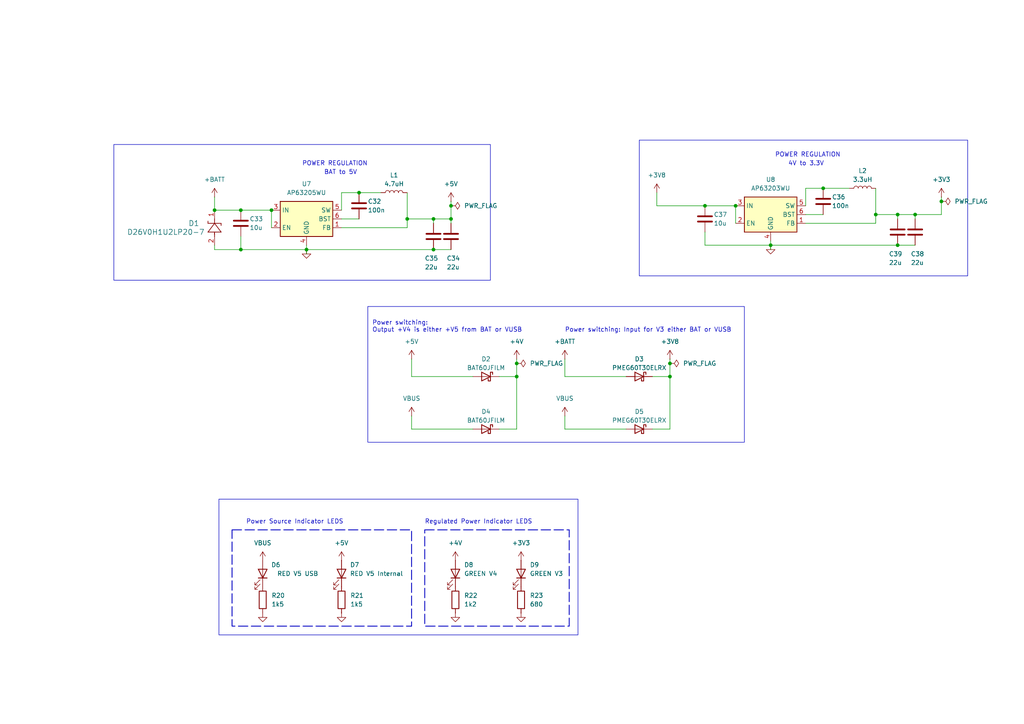
<source format=kicad_sch>
(kicad_sch (version 20231120) (generator "eeschema") (generator_version "8.0")
  (paper "A4")
  (lib_symbols
    (symbol "+3V3_2" (power) (pin_numbers hide) (pin_names (offset 0) hide)
      (property "Value" "+3V3" (at 0 3.556 0))
      (symbol "+3V3_2_0_1"
        (polyline (pts (xy -0.762 1.27) (xy 0 2.54)))
        (polyline (pts (xy 0 0) (xy 0 2.54)))
        (polyline (pts (xy 0 2.54) (xy 0.762 1.27)))
      )
      (symbol "+3V3_2_1_1"
        (pin power_in line (at 0 0 90) (length 0) (name "~") (number "1"))
      )
    )
    (symbol "+3V8_1" (power) (pin_numbers hide) (pin_names (offset 0) hide)
      (property "Value" "+3V8" (at 0 3.556 0))
      (symbol "+3V8_1_0_1"
        (polyline (pts (xy -0.762 1.27) (xy 0 2.54)))
        (polyline (pts (xy 0 0) (xy 0 2.54)))
        (polyline (pts (xy 0 2.54) (xy 0.762 1.27)))
      )
      (symbol "+3V8_1_1_1"
        (pin power_in line (at 0 0 90) (length 0) (name "~") (number "1"))
      )
    )
    (symbol "+4V_1" (power) (pin_numbers hide) (pin_names (offset 0) hide)
      (property "Value" "+4V" (at 0 3.556 0))
      (symbol "+4V_1_0_1"
        (polyline (pts (xy -0.762 1.27) (xy 0 2.54)))
        (polyline (pts (xy 0 0) (xy 0 2.54)))
        (polyline (pts (xy 0 2.54) (xy 0.762 1.27)))
      )
      (symbol "+4V_1_1_1"
        (pin power_in line (at 0 0 90) (length 0) (name "~") (number "1"))
      )
    )
    (symbol "+5V_1" (power) (pin_numbers hide) (pin_names (offset 0) hide)
      (property "Value" "+5V" (at 0 3.556 0))
      (symbol "+5V_1_0_1"
        (polyline (pts (xy -0.762 1.27) (xy 0 2.54)))
        (polyline (pts (xy 0 0) (xy 0 2.54)))
        (polyline (pts (xy 0 2.54) (xy 0.762 1.27)))
      )
      (symbol "+5V_1_1_1"
        (pin power_in line (at 0 0 90) (length 0) (name "~") (number "1"))
      )
    )
    (symbol "+5V_2" (power) (pin_numbers hide) (pin_names (offset 0) hide)
      (property "Value" "+5V" (at 0 3.556 0))
      (symbol "+5V_2_0_1"
        (polyline (pts (xy -0.762 1.27) (xy 0 2.54)))
        (polyline (pts (xy 0 0) (xy 0 2.54)))
        (polyline (pts (xy 0 2.54) (xy 0.762 1.27)))
      )
      (symbol "+5V_2_1_1"
        (pin power_in line (at 0 0 90) (length 0) (name "~") (number "1"))
      )
    )
    (symbol "+BATT_1" (power) (pin_numbers hide) (pin_names (offset 0) hide)
      (property "Value" "+BATT" (at 0 3.556 0))
      (symbol "+BATT_1_0_1"
        (polyline (pts (xy -0.762 1.27) (xy 0 2.54)))
        (polyline (pts (xy 0 0) (xy 0 2.54)))
        (polyline (pts (xy 0 2.54) (xy 0.762 1.27)))
      )
      (symbol "+BATT_1_1_1"
        (pin power_in line (at 0 0 90) (length 0) (name "~") (number "1"))
      )
    )
    (symbol "Device:C" (pin_numbers hide) (pin_names (offset 0.254))
      (property "Reference" "C" (at 0.635 2.54 0))
      (property "Value" "C" (at 0.635 -2.54 0))
      (symbol "C_0_1"
        (polyline (pts (xy -2.032 -0.762) (xy 2.032 -0.762)) (stroke (width 0.508)))
        (polyline (pts (xy -2.032 0.762) (xy 2.032 0.762)) (stroke (width 0.508)))
      )
      (symbol "C_1_1"
        (pin passive line (at 0 3.81 270) (length 2.794) (name "~") (number "1"))
        (pin passive line (at 0 -3.81 90) (length 2.794) (name "~") (number "2"))
      )
    )
    (symbol "Device:L" (pin_numbers hide) (pin_names (offset 1.016) hide)
      (property "Reference" "L" (at -1.27 0 90))
      (property "Value" "L" (at 1.905 0 90))
      (symbol "L_0_1"
        (arc (start 0 -2.54) (mid 0.6323 -1.905) (end 0 -1.27))
        (arc (start 0 -1.27) (mid 0.6323 -0.635) (end 0 0))
        (arc (start 0 0) (mid 0.6323 0.635) (end 0 1.27))
        (arc (start 0 1.27) (mid 0.6323 1.905) (end 0 2.54))
      )
      (symbol "L_1_1"
        (pin passive line (at 0 3.81 270) (length 1.27) (name "1") (number "1"))
        (pin passive line (at 0 -3.81 90) (length 1.27) (name "2") (number "2"))
      )
    )
    (symbol "Device:LED" (pin_numbers hide) (pin_names (offset 1.016) hide)
      (property "Reference" "D" (at 0 2.54 0))
      (property "Value" "LED" (at 0 -2.54 0))
      (symbol "LED_0_1"
        (polyline (pts (xy -1.27 -1.27) (xy -1.27 1.27)) (stroke (width 0.254)))
        (polyline (pts (xy -1.27 0) (xy 1.27 0)))
        (polyline (pts (xy 1.27 -1.27) (xy 1.27 1.27) (xy -1.27 0) (xy 1.27 -1.27)) (stroke (width 0.254)))
        (polyline (pts (xy -3.048 -0.762) (xy -4.572 -2.286) (xy -3.81 -2.286) (xy -4.572 -2.286) (xy -4.572 -1.524)))
        (polyline (pts (xy -1.778 -0.762) (xy -3.302 -2.286) (xy -2.54 -2.286) (xy -3.302 -2.286) (xy -3.302 -1.524)))
      )
      (symbol "LED_1_1"
        (pin passive line (at -3.81 0 0) (length 2.54) (name "K") (number "1"))
        (pin passive line (at 3.81 0 180) (length 2.54) (name "A") (number "2"))
      )
    )
    (symbol "Device:R" (pin_numbers hide) (pin_names (offset 0))
      (property "Reference" "R" (at 2.032 0 90))
      (property "Value" "R" (at 0 0 90))
      (symbol "R_0_1"
        (rectangle (start -1.016 -2.54) (end 1.016 2.54) (stroke (width 0.254)))
      )
      (symbol "R_1_1"
        (pin passive line (at 0 3.81 270) (length 1.27) (name "~") (number "1"))
        (pin passive line (at 0 -3.81 90) (length 1.27) (name "~") (number "2"))
      )
    )
    (symbol "Diode:BAT60A" (pin_numbers hide) (pin_names (offset 1.016) hide)
      (property "Reference" "D" (at 0 2.54 0))
      (property "Value" "BAT60A" (at 0 -2.54 0))
      (symbol "BAT60A_0_1"
        (polyline (pts (xy 1.27 0) (xy -1.27 0)))
        (polyline (pts (xy 1.27 1.27) (xy 1.27 -1.27) (xy -1.27 0) (xy 1.27 1.27)) (stroke (width 0.254)))
        (polyline (pts (xy -1.905 0.635) (xy -1.905 1.27) (xy -1.27 1.27) (xy -1.27 -1.27) (xy -0.635 -1.27) (xy -0.635 -0.635)) (stroke (width 0.254)))
      )
      (symbol "BAT60A_1_1"
        (pin passive line (at -3.81 0 0) (length 2.54) (name "K") (number "1"))
        (pin passive line (at 3.81 0 180) (length 2.54) (name "A") (number "2"))
      )
    )
    (symbol "GND_1" (power) (pin_numbers hide) (pin_names (offset 0) hide)
      (property "Value" "GND" (at 0 -3.81 0))
      (symbol "GND_1_0_1"
        (polyline (pts (xy 0 0) (xy 0 -1.27) (xy 1.27 -1.27) (xy 0 -2.54) (xy -1.27 -1.27) (xy 0 -1.27)))
      )
      (symbol "GND_1_1_1"
        (pin power_in line (at 0 0 270) (length 0) (name "~") (number "1"))
      )
    )
    (symbol "PWR_FLAG_1" (power) (pin_numbers hide) (pin_names (offset 0) hide)
      (property "Value" "PWR_FLAG" (at 0 3.81 0))
      (symbol "PWR_FLAG_1_0_0"
        (pin power_out line (at 0 0 90) (length 0) (name "~") (number "1"))
      )
      (symbol "PWR_FLAG_1_0_1"
        (polyline (pts (xy 0 0) (xy 0 1.27) (xy -1.016 1.905) (xy 0 2.54) (xy 1.016 1.905) (xy 0 1.27)))
      )
    )
    (symbol "Project_Library:D26V0H1U2LP20-7" (pin_names (offset 0.254))
      (property "Reference" "CR1" (at 6.35 7.62 90))
      (property "Value" "D26V0H1U2LP20-7" (at 3.81 25.4 90))
      (symbol "D26V0H1U2LP20-7_0_1"
        (polyline (pts (xy 2.54 0) (xy 3.4798 0)) (stroke (width 0.2032)))
        (polyline (pts (xy 3.175 0) (xy 3.81 0)) (stroke (width 0.2032)))
        (polyline (pts (xy 3.81 -1.905) (xy 6.35 0)) (stroke (width 0.2032)))
        (polyline (pts (xy 3.81 1.905) (xy 3.81 -1.905)) (stroke (width 0.2032)))
        (polyline (pts (xy 6.35 -1.905) (xy 5.715 -1.905)) (stroke (width 0.2032)))
        (polyline (pts (xy 6.35 -1.905) (xy 6.35 1.905)) (stroke (width 0.2032)))
        (polyline (pts (xy 6.35 0) (xy 3.81 1.905)) (stroke (width 0.2032)))
        (polyline (pts (xy 6.35 0) (xy 7.62 0)) (stroke (width 0.2032)))
        (polyline (pts (xy 6.35 1.905) (xy 6.985 1.905)) (stroke (width 0.2032)))
      )
      (symbol "D26V0H1U2LP20-7_1_1"
        (pin passive line (at 10.16 0 180) (length 2.54) (name "") (number "1"))
        (pin passive line (at 0 0 0) (length 2.54) (name "") (number "2"))
      )
    )
    (symbol "Regulator_Switching:AP63203WU"
      (property "Reference" "U" (at -7.62 6.35 0))
      (property "Value" "AP63203WU" (at 2.54 6.35 0))
      (symbol "AP63203WU_0_1"
        (rectangle (start -7.62 5.08) (end 7.62 -5.08) (stroke (width 0.254)) (fill (type background)))
      )
      (symbol "AP63203WU_1_1"
        (pin input line (at 10.16 -2.54 180) (length 2.54) (name "FB") (number "1"))
        (pin input line (at -10.16 -2.54 0) (length 2.54) (name "EN") (number "2"))
        (pin power_in line (at -10.16 2.54 0) (length 2.54) (name "IN") (number "3"))
        (pin power_in line (at 0 -7.62 90) (length 2.54) (name "GND") (number "4"))
        (pin output line (at 10.16 2.54 180) (length 2.54) (name "SW") (number "5"))
        (pin passive line (at 10.16 0 180) (length 2.54) (name "BST") (number "6"))
      )
    )
    (symbol "Regulator_Switching:AP63205WU"
      (property "Reference" "U" (at -7.62 6.35 0))
      (property "Value" "AP63205WU" (at 2.54 6.35 0))
      (symbol "AP63205WU_0_1"
        (rectangle (start -7.62 5.08) (end 7.62 -5.08) (stroke (width 0.254)) (fill (type background)))
      )
      (symbol "AP63205WU_1_1"
        (pin input line (at 10.16 -2.54 180) (length 2.54) (name "FB") (number "1"))
        (pin input line (at -10.16 -2.54 0) (length 2.54) (name "EN") (number "2"))
        (pin power_in line (at -10.16 2.54 0) (length 2.54) (name "IN") (number "3"))
        (pin power_in line (at 0 -7.62 90) (length 2.54) (name "GND") (number "4"))
        (pin output line (at 10.16 2.54 180) (length 2.54) (name "SW") (number "5"))
        (pin passive line (at 10.16 0 180) (length 2.54) (name "BST") (number "6"))
      )
    )
    (symbol "VBUS_1" (power) (pin_numbers hide) (pin_names (offset 0) hide)
      (property "Value" "VBUS" (at 0 3.556 0))
      (symbol "VBUS_1_0_1"
        (polyline (pts (xy -0.762 1.27) (xy 0 2.54)))
        (polyline (pts (xy 0 0) (xy 0 2.54)))
        (polyline (pts (xy 0 2.54) (xy 0.762 1.27)))
      )
      (symbol "VBUS_1_1_1"
        (pin power_in line (at 0 0 90) (length 0) (name "~") (number "1"))
      )
    )
    (symbol "power:+3V3" (power) (pin_numbers hide) (pin_names (offset 0) hide)
      (property "Value" "+3V3" (at 0 3.556 0))
      (symbol "+3V3_0_1"
        (polyline (pts (xy -0.762 1.27) (xy 0 2.54)))
        (polyline (pts (xy 0 0) (xy 0 2.54)))
        (polyline (pts (xy 0 2.54) (xy 0.762 1.27)))
      )
      (symbol "+3V3_1_1"
        (pin power_in line (at 0 0 90) (length 0) (name "~") (number "1"))
      )
    )
    (symbol "power:+4V" (power) (pin_numbers hide) (pin_names (offset 0) hide)
      (property "Value" "+4V" (at 0 3.556 0))
      (symbol "+4V_0_1"
        (polyline (pts (xy -0.762 1.27) (xy 0 2.54)))
        (polyline (pts (xy 0 0) (xy 0 2.54)))
        (polyline (pts (xy 0 2.54) (xy 0.762 1.27)))
      )
      (symbol "+4V_1_1"
        (pin power_in line (at 0 0 90) (length 0) (name "~") (number "1"))
      )
    )
    (symbol "power:+5V" (power) (pin_numbers hide) (pin_names (offset 0) hide)
      (property "Value" "+5V" (at 0 3.556 0))
      (symbol "+5V_0_1"
        (polyline (pts (xy -0.762 1.27) (xy 0 2.54)))
        (polyline (pts (xy 0 0) (xy 0 2.54)))
        (polyline (pts (xy 0 2.54) (xy 0.762 1.27)))
      )
      (symbol "+5V_1_1"
        (pin power_in line (at 0 0 90) (length 0) (name "~") (number "1"))
      )
    )
    (symbol "power:GND" (power) (pin_numbers hide) (pin_names (offset 0) hide)
      (property "Value" "GND" (at 0 -3.81 0))
      (symbol "GND_0_1"
        (polyline (pts (xy 0 0) (xy 0 -1.27) (xy 1.27 -1.27) (xy 0 -2.54) (xy -1.27 -1.27) (xy 0 -1.27)))
      )
      (symbol "GND_1_1"
        (pin power_in line (at 0 0 270) (length 0) (name "~") (number "1"))
      )
    )
    (symbol "power:PWR_FLAG" (power) (pin_numbers hide) (pin_names (offset 0) hide)
      (property "Value" "PWR_FLAG" (at 0 3.81 0))
      (symbol "PWR_FLAG_0_0"
        (pin power_out line (at 0 0 90) (length 0) (name "~") (number "1"))
      )
      (symbol "PWR_FLAG_0_1"
        (polyline (pts (xy 0 0) (xy 0 1.27) (xy -1.016 1.905) (xy 0 2.54) (xy 1.016 1.905) (xy 0 1.27)))
      )
    )
    (symbol "power:VBUS" (power) (pin_numbers hide) (pin_names (offset 0) hide)
      (property "Value" "VBUS" (at 0 3.556 0))
      (symbol "VBUS_0_1"
        (polyline (pts (xy -0.762 1.27) (xy 0 2.54)))
        (polyline (pts (xy 0 0) (xy 0 2.54)))
        (polyline (pts (xy 0 2.54) (xy 0.762 1.27)))
      )
      (symbol "VBUS_1_1"
        (pin power_in line (at 0 0 90) (length 0) (name "~") (number "1"))
      )
    )
  )
  (junction (at 62.23 60.96))
  (junction (at 104.14 55.88))
  (junction (at 78.74 60.96))
  (junction (at 223.52 71.12))
  (junction (at 260.35 62.23))
  (junction (at 204.47 59.69))
  (junction (at 260.35 71.12))
  (junction (at 194.31 105.41))
  (junction (at 69.85 72.39))
  (junction (at 149.86 105.41))
  (junction (at 273.05 58.42))
  (junction (at 213.36 59.69))
  (junction (at 130.81 63.5))
  (junction (at 69.85 60.96))
  (junction (at 254 62.23))
  (junction (at 238.76 54.61))
  (junction (at 125.73 63.5))
  (junction (at 125.73 72.39))
  (junction (at 194.31 109.22))
  (junction (at 88.9 72.39))
  (junction (at 149.86 109.22))
  (junction (at 130.81 59.69))
  (junction (at 118.11 63.5))
  (junction (at 265.43 62.23))
  (wire (pts (xy 233.68 54.61) (xy 238.76 54.61)))
  (wire (pts (xy 119.38 124.46) (xy 137.16 124.46)))
  (wire (pts (xy 125.73 72.39) (xy 130.81 72.39)))
  (wire (pts (xy 130.81 58.42) (xy 130.81 59.69)))
  (wire (pts (xy 88.9 72.39) (xy 125.73 72.39)))
  (wire (pts (xy 144.78 109.22) (xy 149.86 109.22)))
  (wire (pts (xy 118.11 66.04) (xy 99.06 66.04)))
  (wire (pts (xy 254 64.77) (xy 254 62.23)))
  (wire (pts (xy 163.83 120.65) (xy 163.83 124.46)))
  (wire (pts (xy 62.23 72.39) (xy 69.85 72.39)))
  (wire (pts (xy 260.35 71.12) (xy 265.43 71.12)))
  (wire (pts (xy 118.11 55.88) (xy 118.11 63.5)))
  (wire (pts (xy 99.06 60.96) (xy 99.06 55.88)))
  (wire (pts (xy 69.85 60.96) (xy 78.74 60.96)))
  (wire (pts (xy 149.86 105.41) (xy 149.86 109.22)))
  (wire (pts (xy 223.52 71.12) (xy 260.35 71.12)))
  (wire (pts (xy 144.78 124.46) (xy 149.86 124.46)))
  (wire (pts (xy 190.5 59.69) (xy 204.47 59.69)))
  (wire (pts (xy 163.83 124.46) (xy 181.61 124.46)))
  (wire (pts (xy 204.47 59.69) (xy 213.36 59.69)))
  (wire (pts (xy 125.73 63.5) (xy 130.81 63.5)))
  (wire (pts (xy 163.83 109.22) (xy 181.61 109.22)))
  (wire (pts (xy 119.38 104.14) (xy 119.38 109.22)))
  (wire (pts (xy 204.47 67.31) (xy 204.47 71.12)))
  (wire (pts (xy 223.52 71.12) (xy 223.52 72.39)))
  (wire (pts (xy 99.06 63.5) (xy 104.14 63.5)))
  (wire (pts (xy 69.85 72.39) (xy 88.9 72.39)))
  (wire (pts (xy 273.05 58.42) (xy 273.05 62.23)))
  (wire (pts (xy 204.47 71.12) (xy 223.52 71.12)))
  (wire (pts (xy 223.52 71.12) (xy 223.52 69.85)))
  (wire (pts (xy 190.5 59.69) (xy 190.5 55.88)))
  (wire (pts (xy 118.11 63.5) (xy 118.11 66.04)))
  (wire (pts (xy 119.38 120.65) (xy 119.38 124.46)))
  (wire (pts (xy 233.68 54.61) (xy 233.68 59.69)))
  (wire (pts (xy 233.68 62.23) (xy 238.76 62.23)))
  (wire (pts (xy 119.38 109.22) (xy 137.16 109.22)))
  (wire (pts (xy 194.31 109.22) (xy 194.31 124.46)))
  (wire (pts (xy 265.43 62.23) (xy 265.43 63.5)))
  (wire (pts (xy 189.23 109.22) (xy 194.31 109.22)))
  (wire (pts (xy 99.06 55.88) (xy 104.14 55.88)))
  (wire (pts (xy 62.23 72.39) (xy 62.23 71.12)))
  (wire (pts (xy 130.81 59.69) (xy 130.81 63.5)))
  (wire (pts (xy 149.86 104.14) (xy 149.86 105.41)))
  (wire (pts (xy 78.74 60.96) (xy 78.74 66.04)))
  (wire (pts (xy 260.35 62.23) (xy 260.35 63.5)))
  (wire (pts (xy 62.23 60.96) (xy 69.85 60.96)))
  (wire (pts (xy 149.86 109.22) (xy 149.86 124.46)))
  (wire (pts (xy 163.83 104.14) (xy 163.83 109.22)))
  (wire (pts (xy 125.73 63.5) (xy 125.73 64.77)))
  (wire (pts (xy 118.11 63.5) (xy 125.73 63.5)))
  (wire (pts (xy 69.85 68.58) (xy 69.85 72.39)))
  (wire (pts (xy 194.31 105.41) (xy 194.31 109.22)))
  (wire (pts (xy 62.23 57.15) (xy 62.23 60.96)))
  (wire (pts (xy 189.23 124.46) (xy 194.31 124.46)))
  (wire (pts (xy 238.76 54.61) (xy 246.38 54.61)))
  (wire (pts (xy 260.35 62.23) (xy 265.43 62.23)))
  (wire (pts (xy 104.14 55.88) (xy 110.49 55.88)))
  (wire (pts (xy 233.68 64.77) (xy 254 64.77)))
  (wire (pts (xy 88.9 72.39) (xy 88.9 71.12)))
  (wire (pts (xy 88.9 72.39) (xy 88.9 73.66)))
  (wire (pts (xy 265.43 62.23) (xy 273.05 62.23)))
  (wire (pts (xy 273.05 57.15) (xy 273.05 58.42)))
  (wire (pts (xy 254 54.61) (xy 254 62.23)))
  (wire (pts (xy 213.36 59.69) (xy 213.36 64.77)))
  (wire (pts (xy 254 62.23) (xy 260.35 62.23)))
  (wire (pts (xy 130.81 63.5) (xy 130.81 64.77)))
  (wire (pts (xy 194.31 104.14) (xy 194.31 105.41)))
  (rectangle (start 123.19 153.67) (end 165.1 181.61) (stroke (width 0.25) (type dash)))
  (rectangle (start 33.02 41.91) (end 142.24 81.28))
  (rectangle (start 67.31 153.67) (end 119.38 181.61) (stroke (width 0.25) (type dash)))
  (rectangle (start 106.68 88.9) (end 215.9 128.27))
  (rectangle (start 63.5 144.78) (end 167.64 184.15))
  (rectangle (start 185.42 40.64) (end 280.67 80.01))
  (text "Power switching:\nOutput +V4 is either +V5 from BAT or VUSB" (at 107.95 96.52 0) (effects (font (size 1.27 1.27)) (justify left bottom)))
  (text "BAT to 5V" (at 93.98 50.8 0) (effects (font (size 1.27 1.27)) (justify left bottom)))
  (text "Power switching: Input for V3 either BAT or VUSB" (at 163.83 96.52 0) (effects (font (size 1.27 1.27)) (justify left bottom)))
  (text "POWER REGULATION" (at 87.63 48.26 0) (effects (font (size 1.27 1.27)) (justify left bottom)))
  (text "Power Source Indicator LEDS" (at 71.374 152.146 0) (effects (font (size 1.27 1.27)) (justify left bottom)))
  (text "4V to 3.3V" (at 228.6 48.26 0) (effects (font (size 1.27 1.27)) (justify left bottom)))
  (text "Regulated Power Indicator LEDS" (at 123.19 152.146 0) (effects (font (size 1.27 1.27)) (justify left bottom)))
  (text "POWER REGULATION" (at 224.79 45.72 0) (effects (font (size 1.27 1.27)) (justify left bottom)))
  (symbol (lib_id "power:GND") (at 99.06 177.8 0) (unit 1)
    (property "Reference" "#PWR068" (effects (hide yes)))
    (property "Value" "GND" (effects (hide yes)))
    (property "Description" "Power symbol creates a global label with name \"GND\" , ground" (effects (hide yes)))
  )
  (symbol (lib_id "power:GND") (at 151.13 177.8 0) (unit 1)
    (property "Reference" "#PWR070" (effects (hide yes)))
    (property "Value" "GND" (effects (hide yes)))
    (property "Description" "Power symbol creates a global label with name \"GND\" , ground" (effects (hide yes)))
  )
  (symbol (lib_name "+3V3_2") (lib_id "power:+3V3") (at 151.13 162.56 0) (unit 1)
    (property "Reference" "#PWR074" (effects (hide yes)))
    (property "Value" "+3V3" (at 151.13 157.48 0))
    (property "Description" "Power symbol creates a global label with name \"+3V3\"" (effects (hide yes)))
  )
  (symbol (lib_name "+5V_2") (lib_id "power:+5V") (at 119.38 104.14 0) (unit 1)
    (property "Reference" "#PWR054" (effects (hide yes)))
    (property "Value" "+5V" (at 119.38 99.06 0))
    (property "Description" "Power symbol creates a global label with name \"+5V\"" (effects (hide yes)))
  )
  (symbol (lib_name "GND_1") (lib_id "power:GND") (at 223.52 71.12 0) (unit 1)
    (property "Reference" "#PWR051" (effects (hide yes)))
    (property "Value" "GND" (effects (hide yes)))
    (property "Description" "Power symbol creates a global label with name \"GND\" , ground" (effects (hide yes)))
  )
  (symbol (lib_name "GND_1") (lib_id "power:GND") (at 88.9 72.39 0) (unit 1)
    (property "Reference" "#PWR050" (effects (hide yes)))
    (property "Value" "GND" (effects (hide yes)))
    (property "Description" "Power symbol creates a global label with name \"GND\" , ground" (effects (hide yes)))
  )
  (symbol (lib_id "Device:R") (at 132.08 173.99 0) (unit 1)
    (property "Reference" "R22" (at 134.62 172.7199 0) (effects (justify left)))
    (property "Value" "1k2" (at 134.62 175.2599 0) (effects (justify left)))
    (property "Footprint" "Resistor_SMD:R_0402_1005Metric" (effects (hide yes)))
    (property "Manufactorer" "YAGEO" (effects (hide yes)))
    (property "Part Number" "RT0402BRD071K2L" (effects (hide yes)))
    (property "Tolerance" "1%" (effects (hide yes)))
  )
  (symbol (lib_id "power:+3V3") (at 273.05 57.15 0) (unit 1)
    (property "Reference" "#PWR0151" (effects (hide yes)))
    (property "Value" "+3V3" (at 273.05 52.07 0))
    (property "Description" "Power symbol creates a global label with name \"+3V3\"" (effects (hide yes)))
  )
  (symbol (lib_id "Device:L") (at 114.3 55.88 90) (unit 1)
    (property "Reference" "L1" (at 114.3 50.8 90))
    (property "Value" "4.7uH" (at 114.3 53.34 90))
    (property "Footprint" "Inductor_SMD:L_1210_3225Metric" (effects (hide yes)))
    (property "Datasheet" "https://search.murata.co.jp/Ceramy/image/img/P02/J(E)TE243A-9104.pdf" (effects (hide yes)))
    (property "Manufactorer" "Murata" (effects (hide yes)))
    (property "Part Number" "DFE322520FD-4R7M=P2" (effects (hide yes)))
    (property "Voltage" "2" (effects (hide yes)))
  )
  (symbol (lib_id "Device:C") (at 260.35 67.31 0) (unit 1)
    (property "Reference" "C38" (at 264.16 73.66 0) (effects (justify left)))
    (property "Value" "22u" (at 264.16 76.2 0) (effects (justify left)))
    (property "Footprint" "Capacitor_SMD:C_0805_2012Metric" (effects (hide yes)))
    (property "Voltage" "25" (effects (hide yes)))
    (property "Manufactorer" "Murata" (effects (hide yes)))
    (property "Part Number" "GRM21BR61E226ME44K" (effects (hide yes)))
    (property "Tolerance" "20%" (effects (hide yes)))
  )
  (symbol (lib_name "+BATT_1") (lib_id "power:+BATT") (at 163.83 104.14 0) (unit 1)
    (property "Reference" "#PWR058" (effects (hide yes)))
    (property "Value" "+BATT" (at 163.83 99.06 0))
    (property "Description" "Power symbol creates a global label with name \"+BATT\"" (effects (hide yes)))
  )
  (symbol (lib_name "+3V8_1") (lib_id "power:+3V8") (at 194.31 104.14 0) (unit 1)
    (property "Reference" "#PWR059" (effects (hide yes)))
    (property "Value" "+3V8" (at 194.31 99.06 0))
    (property "Description" "Power symbol creates a global label with name \"+3V8\"" (effects (hide yes)))
  )
  (symbol (lib_name "+3V8_1") (lib_id "power:+3V8") (at 190.5 55.88 0) (unit 1)
    (property "Reference" "#PWR075" (effects (hide yes)))
    (property "Value" "+3V8" (at 190.5 50.8 0))
    (property "Description" "Power symbol creates a global label with name \"+3V8\"" (effects (hide yes)))
  )
  (symbol (lib_id "Regulator_Switching:AP63205WU") (at 88.9 63.5 0) (unit 1)
    (property "Reference" "U7" (at 88.9 53.34 0))
    (property "Value" "AP63205WU" (at 88.9 55.88 0))
    (property "Footprint" "Package_TO_SOT_SMD:TSOT-23-6" (effects (hide yes)))
    (property "Datasheet" "https://www.diodes.com/assets/Datasheets/AP63200-AP63201-AP63203-AP63205.pdf" (effects (hide yes)))
    (property "Manufactorer" "Diodes" (effects (hide yes)))
    (property "Part Number" "AP63205WU-7" (effects (hide yes)))
  )
  (symbol (lib_id "Diode:BAT60A") (at 185.42 124.46 0) (mirror y) (unit 1)
    (property "Reference" "D5" (at 185.42 119.38 0))
    (property "Value" "PMEG60T30ELRX" (at 185.42 121.92 0))
    (property "Footprint" "Diode_SMD:Nexperia_CFP3_SOD-123W" (effects (hide yes)))
    (property "Datasheet" "https://assets.nexperia.com/documents/data-sheet/PMEG60T30ELR.pdf" (effects (hide yes)))
    (property "Manufactorer" "Nexperia" (effects (hide yes)))
    (property "Part Number" "PMEG60T30ELRX" (effects (hide yes)))
    (property "Voltage" "60" (effects (hide yes)))
    (property "Amps" "3" (effects (hide yes)))
  )
  (symbol (lib_id "Diode:BAT60A") (at 140.97 109.22 0) (mirror y) (unit 1)
    (property "Reference" "D2" (at 140.97 104.14 0))
    (property "Value" "BAT60JFILM" (at 140.97 106.68 0))
    (property "Footprint" "Diode_SMD:D_SOD-323" (effects (hide yes)))
    (property "Datasheet" "https://www.st.com/content/ccc/resource/technical/document/datasheet/3d/d2/27/1d/20/e3/4d/48/CD00001944.pdf/files/CD00001944.pdf/jcr:content/translations/en.CD00001944.pdf" (effects (hide yes)))
    (property "Manufactorer" "STM" (effects (hide yes)))
    (property "Part Number" "BAT60JFILM" (effects (hide yes)))
    (property "Voltage" "10" (effects (hide yes)))
    (property "Amps" "3" (effects (hide yes)))
  )
  (symbol (lib_id "Device:C") (at 238.76 58.42 0) (unit 1)
    (property "Reference" "C36" (at 241.3 57.15 0) (effects (justify left)))
    (property "Value" "100n" (at 241.3 59.69 0) (effects (justify left)))
    (property "Footprint" "Capacitor_SMD:C_0402_1005Metric" (effects (hide yes)))
    (property "Voltage" "25" (effects (hide yes)))
    (property "Manufactorer" "YAGEO" (effects (hide yes)))
    (property "Part Number" "CC0402KRX5R8BB104" (effects (hide yes)))
    (property "Tolerance" "10%" (effects (hide yes)))
  )
  (symbol (lib_id "Device:R") (at 151.13 173.99 0) (unit 1)
    (property "Reference" "R23" (at 153.67 172.7199 0) (effects (justify left)))
    (property "Value" "680" (at 153.67 175.2599 0) (effects (justify left)))
    (property "Footprint" "Resistor_SMD:R_0402_1005Metric" (effects (hide yes)))
    (property "Manufactorer" "YAGEO" (effects (hide yes)))
    (property "Part Number" "RC0402FR-07680RP" (effects (hide yes)))
    (property "Tolerance" "1%" (effects (hide yes)))
  )
  (symbol (lib_id "Device:C") (at 69.85 64.77 0) (unit 1)
    (property "Reference" "C33" (at 72.39 63.5 0) (effects (justify left)))
    (property "Value" "10u" (at 72.39 66.04 0) (effects (justify left)))
    (property "Footprint" "Capacitor_SMD:C_0805_2012Metric" (effects (hide yes)))
    (property "Voltage" "50" (effects (hide yes)))
    (property "Manufactorer" "Murata" (effects (hide yes)))
    (property "Part Number" "GRM21BR61H106KE43K" (effects (hide yes)))
    (property "Tolerance" "10%" (effects (hide yes)))
  )
  (symbol (lib_id "power:GND") (at 76.2 177.8 0) (unit 1)
    (property "Reference" "#PWR067" (effects (hide yes)))
    (property "Value" "GND" (effects (hide yes)))
    (property "Description" "Power symbol creates a global label with name \"GND\" , ground" (effects (hide yes)))
  )
  (symbol (lib_id "power:VBUS") (at 76.2 162.56 0) (unit 1)
    (property "Reference" "#PWR071" (effects (hide yes)))
    (property "Value" "VBUS" (at 76.2 157.48 0))
    (property "Description" "Power symbol creates a global label with name \"VBUS\"" (effects (hide yes)))
  )
  (symbol (lib_name "VBUS_1") (lib_id "power:VBUS") (at 163.83 120.65 0) (unit 1)
    (property "Reference" "#PWR057" (effects (hide yes)))
    (property "Value" "VBUS" (at 163.83 115.57 0))
    (property "Description" "Power symbol creates a global label with name \"VBUS\"" (effects (hide yes)))
  )
  (symbol (lib_id "power:+4V") (at 132.08 162.56 0) (unit 1)
    (property "Reference" "#PWR073" (effects (hide yes)))
    (property "Value" "+4V" (at 132.08 157.48 0))
    (property "Description" "Power symbol creates a global label with name \"+4V\"" (effects (hide yes)))
  )
  (symbol (lib_name "PWR_FLAG_1") (lib_id "power:PWR_FLAG") (at 194.31 105.41 270) (unit 1)
    (property "Reference" "#FLG03" (effects (hide yes)))
    (property "Value" "PWR_FLAG" (at 198.12 105.4099 90) (effects (justify left)))
    (property "Description" "Special symbol for telling ERC where power comes from" (effects (hide yes)))
  )
  (symbol (lib_name "VBUS_1") (lib_id "power:VBUS") (at 119.38 120.65 0) (unit 1)
    (property "Reference" "#PWR055" (effects (hide yes)))
    (property "Value" "VBUS" (at 119.38 115.57 0))
    (property "Description" "Power symbol creates a global label with name \"VBUS\"" (effects (hide yes)))
  )
  (symbol (lib_id "Device:R") (at 99.06 173.99 0) (unit 1)
    (property "Reference" "R21" (at 101.6 172.7199 0) (effects (justify left)))
    (property "Value" "1k5" (at 101.6 175.2599 0) (effects (justify left)))
    (property "Footprint" "Resistor_SMD:R_0402_1005Metric" (effects (hide yes)))
    (property "Manufactorer" "YAGEO" (effects (hide yes)))
    (property "Part Number" "RT0402BRD071K5L" (effects (hide yes)))
    (property "Tolerance" "1%" (effects (hide yes)))
  )
  (symbol (lib_id "Device:C") (at 204.47 63.5 0) (unit 1)
    (property "Reference" "C37" (at 207.01 62.23 0) (effects (justify left)))
    (property "Value" "10u" (at 207.01 64.77 0) (effects (justify left)))
    (property "Footprint" "Capacitor_SMD:C_0805_2012Metric" (effects (hide yes)))
    (property "Voltage" "50" (effects (hide yes)))
    (property "Manufactorer" "Murata" (effects (hide yes)))
    (property "Part Number" "GRM21BR61H106KE43K" (effects (hide yes)))
    (property "Tolerance" "10%" (effects (hide yes)))
  )
  (symbol (lib_id "Device:C") (at 104.14 59.69 0) (unit 1)
    (property "Reference" "C32" (at 106.68 58.42 0) (effects (justify left)))
    (property "Value" "100n" (at 106.68 60.96 0) (effects (justify left)))
    (property "Footprint" "Capacitor_SMD:C_0402_1005Metric" (effects (hide yes)))
    (property "Voltage" "25" (effects (hide yes)))
    (property "Manufactorer" "YAGEO" (effects (hide yes)))
    (property "Part Number" "CC0402KRX5R8BB104" (effects (hide yes)))
    (property "Tolerance" "10%" (effects (hide yes)))
  )
  (symbol (lib_id "power:PWR_FLAG") (at 273.05 58.42 270) (unit 1)
    (property "Reference" "#FLG05" (effects (hide yes)))
    (property "Value" "PWR_FLAG" (at 276.86 58.4199 90) (effects (justify left)))
    (property "Description" "Special symbol for telling ERC where power comes from" (effects (hide yes)))
  )
  (symbol (lib_id "Device:L") (at 250.19 54.61 90) (unit 1)
    (property "Reference" "L2" (at 250.19 49.53 90))
    (property "Value" "3.3uH" (at 250.19 52.07 90))
    (property "Footprint" "Inductor_SMD:L_1210_3225Metric" (effects (hide yes)))
    (property "Datasheet" "https://search.murata.co.jp/Ceramy/image/img/P02/J(E)TE243A-0019.pdf" (effects (hide yes)))
    (property "Manufactorer" "Murata" (effects (hide yes)))
    (property "Part Number" "DFE322512F-3R3M=P2" (effects (hide yes)))
    (property "Voltage" "2" (effects (hide yes)))
  )
  (symbol (lib_id "power:+5V") (at 99.06 162.56 0) (unit 1)
    (property "Reference" "#PWR072" (effects (hide yes)))
    (property "Value" "+5V" (at 99.06 157.48 0))
    (property "Description" "Power symbol creates a global label with name \"+5V\"" (effects (hide yes)))
  )
  (symbol (lib_id "Project_Library:D26V0H1U2LP20-7") (at 62.23 71.12 90) (unit 1)
    (property "Reference" "D1" (at 54.61 64.77 90) (effects (font (size 1.524 1.524)) (justify right)))
    (property "Value" "D26V0H1U2LP20-7" (at 36.83 67.31 90) (effects (font (size 1.524 1.524)) (justify right)))
    (property "Footprint" "Project:U-DFN2020-2_DIO-L" (effects (hide yes)))
    (property "Datasheet" "https://www.diodes.com/assets/Datasheets/D26V0H1U2LP20.pdf" (effects (hide yes)))
    (property "Manufactorer" "Diodes" (effects (hide yes)))
    (property "Part Number" "D26V0H1U2LP20-7" (effects (hide yes)))
    (property "Voltage" "40" (effects (hide yes)))
    (property "Amps" "9.5" (effects (hide yes)))
  )
  (symbol (lib_id "Diode:BAT60A") (at 185.42 109.22 0) (mirror y) (unit 1)
    (property "Reference" "D3" (at 185.42 104.14 0))
    (property "Value" "PMEG60T30ELRX" (at 185.42 106.68 0))
    (property "Footprint" "Diode_SMD:Nexperia_CFP3_SOD-123W" (effects (hide yes)))
    (property "Datasheet" "https://assets.nexperia.com/documents/data-sheet/PMEG60T30ELR.pdf" (effects (hide yes)))
    (property "Manufactorer" "Nexperia" (effects (hide yes)))
    (property "Part Number" "PMEG60T30ELRX" (effects (hide yes)))
    (property "Voltage" "60" (effects (hide yes)))
    (property "Amps" "3" (effects (hide yes)))
  )
  (symbol (lib_id "power:GND") (at 132.08 177.8 0) (unit 1)
    (property "Reference" "#PWR069" (effects (hide yes)))
    (property "Value" "GND" (effects (hide yes)))
    (property "Description" "Power symbol creates a global label with name \"GND\" , ground" (effects (hide yes)))
  )
  (symbol (lib_id "Device:C") (at 130.81 68.58 0) (unit 1)
    (property "Reference" "C35" (at 123.19 74.93 0) (effects (justify left)))
    (property "Value" "22u" (at 123.19 77.47 0) (effects (justify left)))
    (property "Footprint" "Capacitor_SMD:C_0805_2012Metric" (effects (hide yes)))
    (property "Voltage" "25" (effects (hide yes)))
    (property "Manufactorer" "Murata" (effects (hide yes)))
    (property "Part Number" "GRM21BR61E226ME44K" (effects (hide yes)))
    (property "Tolerance" "20%" (effects (hide yes)))
  )
  (symbol (lib_id "Device:C") (at 125.73 68.58 0) (unit 1)
    (property "Reference" "C34" (at 129.54 74.93 0) (effects (justify left)))
    (property "Value" "22u" (at 129.54 77.47 0) (effects (justify left)))
    (property "Footprint" "Capacitor_SMD:C_0805_2012Metric" (effects (hide yes)))
    (property "Voltage" "25" (effects (hide yes)))
    (property "Manufactorer" "Murata" (effects (hide yes)))
    (property "Part Number" "GRM21BR61E226ME44K" (effects (hide yes)))
    (property "Tolerance" "20%" (effects (hide yes)))
  )
  (symbol (lib_name "PWR_FLAG_1") (lib_id "power:PWR_FLAG") (at 149.86 105.41 270) (unit 1)
    (property "Reference" "#FLG02" (effects (hide yes)))
    (property "Value" "PWR_FLAG" (at 153.67 105.4099 90) (effects (justify left)))
    (property "Description" "Special symbol for telling ERC where power comes from" (effects (hide yes)))
  )
  (symbol (lib_id "Device:LED") (at 76.2 166.37 270) (mirror x) (unit 1)
    (property "Reference" "D6" (at 80.01 163.83 90))
    (property "Value" "RED V5 USB" (at 86.36 166.37 90))
    (property "Footprint" "LED_SMD:LED_0603_1608Metric" (effects (hide yes)))
    (property "Datasheet" "https://optoelectronics.liteon.com/upload/download/DS22-2000-223/LTST-C191KRKT.PDF" (effects (hide yes)))
    (property "Color" "Red" (effects (hide yes)))
    (property "Manufactorer" "Lite-On" (effects (hide yes)))
    (property "Part Number" "LTST-C191KRKT" (effects (hide yes)))
  )
  (symbol (lib_id "Regulator_Switching:AP63203WU") (at 223.52 62.23 0) (unit 1)
    (property "Reference" "U8" (at 223.52 52.07 0))
    (property "Value" "AP63203WU" (at 223.52 54.61 0))
    (property "Footprint" "Package_TO_SOT_SMD:TSOT-23-6" (effects (hide yes)))
    (property "Datasheet" "https://www.diodes.com/assets/Datasheets/AP63200-AP63201-AP63203-AP63205.pdf" (effects (hide yes)))
    (property "Manufactorer" "Diodes" (effects (hide yes)))
    (property "Part Number" "AP63203WU-7" (effects (hide yes)))
  )
  (symbol (lib_name "+5V_1") (lib_id "power:+5V") (at 130.81 58.42 0) (unit 1)
    (property "Reference" "#PWR053" (effects (hide yes)))
    (property "Value" "+5V" (at 130.81 53.34 0))
    (property "Description" "Power symbol creates a global label with name \"+5V\"" (effects (hide yes)))
  )
  (symbol (lib_id "Device:LED") (at 132.08 166.37 270) (mirror x) (unit 1)
    (property "Reference" "D8" (at 134.62 163.83 90) (effects (justify left)))
    (property "Value" "GREEN V4" (at 134.62 166.37 90) (effects (justify left)))
    (property "Footprint" "LED_SMD:LED_0603_1608Metric" (effects (hide yes)))
    (property "Datasheet" "https://mm.digikey.com/Volume0/opasdata/d220001/medias/docus/1294/LTST-C191GKT.pdf" (effects (hide yes)))
    (property "Color" "Green" (effects (hide yes)))
    (property "Manufactorer" "Lite-On" (effects (hide yes)))
    (property "Part Number" "LTST-C191GKT" (effects (hide yes)))
  )
  (symbol (lib_id "Device:LED") (at 151.13 166.37 270) (mirror x) (unit 1)
    (property "Reference" "D9" (at 153.67 163.83 90) (effects (justify left)))
    (property "Value" "GREEN V3" (at 153.67 166.37 90) (effects (justify left)))
    (property "Footprint" "LED_SMD:LED_0603_1608Metric" (effects (hide yes)))
    (property "Datasheet" "https://mm.digikey.com/Volume0/opasdata/d220001/medias/docus/1294/LTST-C191GKT.pdf" (effects (hide yes)))
    (property "Color" "Green" (effects (hide yes)))
    (property "Manufactorer" "Lite-On" (effects (hide yes)))
    (property "Part Number" "LTST-C191GKT" (effects (hide yes)))
  )
  (symbol (lib_name "+BATT_1") (lib_id "power:+BATT") (at 62.23 57.15 0) (unit 1)
    (property "Reference" "#PWR052" (effects (hide yes)))
    (property "Value" "+BATT" (at 62.23 52.07 0))
    (property "Description" "Power symbol creates a global label with name \"+BATT\"" (effects (hide yes)))
  )
  (symbol (lib_name "+4V_1") (lib_id "power:+4V") (at 149.86 104.14 0) (unit 1)
    (property "Reference" "#PWR056" (effects (hide yes)))
    (property "Value" "+4V" (at 149.86 99.06 0))
    (property "Description" "Power symbol creates a global label with name \"+4V\"" (effects (hide yes)))
  )
  (symbol (lib_id "Device:R") (at 76.2 173.99 0) (unit 1)
    (property "Reference" "R20" (at 78.74 172.7199 0) (effects (justify left)))
    (property "Value" "1k5" (at 78.74 175.2599 0) (effects (justify left)))
    (property "Footprint" "Resistor_SMD:R_0402_1005Metric" (effects (hide yes)))
    (property "Manufactorer" "YAGEO" (effects (hide yes)))
    (property "Part Number" "RT0402BRD071K5L" (effects (hide yes)))
    (property "Tolerance" "1%" (effects (hide yes)))
  )
  (symbol (lib_id "Device:LED") (at 99.06 166.37 270) (mirror x) (unit 1)
    (property "Reference" "D7" (at 102.87 163.83 90))
    (property "Value" "RED V5 Internal" (at 109.22 166.37 90))
    (property "Footprint" "LED_SMD:LED_0603_1608Metric" (effects (hide yes)))
    (property "Datasheet" "https://optoelectronics.liteon.com/upload/download/DS22-2000-223/LTST-C191KRKT.PDF" (effects (hide yes)))
    (property "Color" "Red" (effects (hide yes)))
    (property "Manufactorer" "Lite-On" (effects (hide yes)))
    (property "Part Number" "LTST-C191KRKT" (effects (hide yes)))
  )
  (symbol (lib_id "Device:C") (at 265.43 67.31 0) (unit 1)
    (property "Reference" "C39" (at 257.81 73.66 0) (effects (justify left)))
    (property "Value" "22u" (at 257.81 76.2 0) (effects (justify left)))
    (property "Footprint" "Capacitor_SMD:C_0805_2012Metric" (effects (hide yes)))
    (property "Voltage" "25" (effects (hide yes)))
    (property "Manufactorer" "Murata" (effects (hide yes)))
    (property "Part Number" "GRM21BR61E226ME44K" (effects (hide yes)))
    (property "Tolerance" "20%" (effects (hide yes)))
  )
  (symbol (lib_id "Diode:BAT60A") (at 140.97 124.46 0) (mirror y) (unit 1)
    (property "Reference" "D4" (at 140.97 119.38 0))
    (property "Value" "BAT60JFILM" (at 140.97 121.92 0))
    (property "Footprint" "Diode_SMD:D_SOD-323" (effects (hide yes)))
    (property "Datasheet" "https://www.st.com/content/ccc/resource/technical/document/datasheet/3d/d2/27/1d/20/e3/4d/48/CD00001944.pdf/files/CD00001944.pdf/jcr:content/translations/en.CD00001944.pdf" (effects (hide yes)))
    (property "Manufactorer" "STM" (effects (hide yes)))
    (property "Part Number" "BAT60JFILM" (effects (hide yes)))
    (property "Voltage" "10" (effects (hide yes)))
    (property "Amps" "3" (effects (hide yes)))
  )
  (symbol (lib_name "PWR_FLAG_1") (lib_id "power:PWR_FLAG") (at 130.81 59.69 270) (unit 1)
    (property "Reference" "#FLG04" (effects (hide yes)))
    (property "Value" "PWR_FLAG" (at 134.62 59.6899 90) (effects (justify left)))
    (property "Description" "Special symbol for telling ERC where power comes from" (effects (hide yes)))
  )
)
</source>
